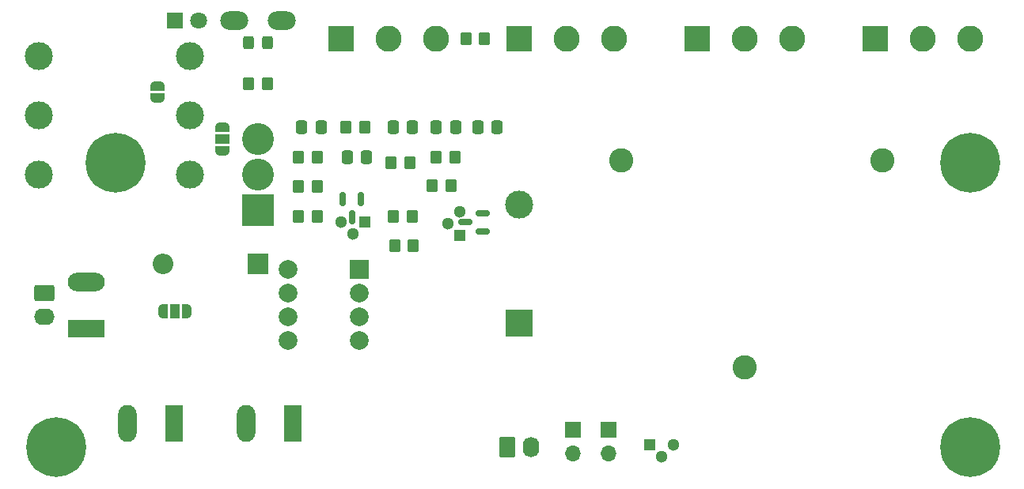
<source format=gbr>
%TF.GenerationSoftware,KiCad,Pcbnew,(6.0.0)*%
%TF.CreationDate,2023-02-02T14:05:37+00:00*%
%TF.ProjectId,GemToasterAmp,47656d54-6f61-4737-9465-72416d702e6b,rev?*%
%TF.SameCoordinates,Original*%
%TF.FileFunction,Soldermask,Top*%
%TF.FilePolarity,Negative*%
%FSLAX46Y46*%
G04 Gerber Fmt 4.6, Leading zero omitted, Abs format (unit mm)*
G04 Created by KiCad (PCBNEW (6.0.0)) date 2023-02-02 14:05:37*
%MOMM*%
%LPD*%
G01*
G04 APERTURE LIST*
G04 Aperture macros list*
%AMRoundRect*
0 Rectangle with rounded corners*
0 $1 Rounding radius*
0 $2 $3 $4 $5 $6 $7 $8 $9 X,Y pos of 4 corners*
0 Add a 4 corners polygon primitive as box body*
4,1,4,$2,$3,$4,$5,$6,$7,$8,$9,$2,$3,0*
0 Add four circle primitives for the rounded corners*
1,1,$1+$1,$2,$3*
1,1,$1+$1,$4,$5*
1,1,$1+$1,$6,$7*
1,1,$1+$1,$8,$9*
0 Add four rect primitives between the rounded corners*
20,1,$1+$1,$2,$3,$4,$5,0*
20,1,$1+$1,$4,$5,$6,$7,0*
20,1,$1+$1,$6,$7,$8,$9,0*
20,1,$1+$1,$8,$9,$2,$3,0*%
%AMFreePoly0*
4,1,22,0.500000,-0.750000,0.000000,-0.750000,0.000000,-0.745033,-0.079941,-0.743568,-0.215256,-0.701293,-0.333266,-0.622738,-0.424486,-0.514219,-0.481581,-0.384460,-0.499164,-0.250000,-0.500000,-0.250000,-0.500000,0.250000,-0.499164,0.250000,-0.499963,0.256109,-0.478152,0.396186,-0.417904,0.524511,-0.324060,0.630769,-0.204165,0.706417,-0.067858,0.745374,0.000000,0.744959,0.000000,0.750000,
0.500000,0.750000,0.500000,-0.750000,0.500000,-0.750000,$1*%
%AMFreePoly1*
4,1,20,0.000000,0.744959,0.073905,0.744508,0.209726,0.703889,0.328688,0.626782,0.421226,0.519385,0.479903,0.390333,0.500000,0.250000,0.500000,-0.250000,0.499851,-0.262216,0.476331,-0.402017,0.414519,-0.529596,0.319384,-0.634700,0.198574,-0.708877,0.061801,-0.746166,0.000000,-0.745033,0.000000,-0.750000,-0.500000,-0.750000,-0.500000,0.750000,0.000000,0.750000,0.000000,0.744959,
0.000000,0.744959,$1*%
%AMFreePoly2*
4,1,22,0.550000,-0.750000,0.000000,-0.750000,0.000000,-0.745033,-0.079941,-0.743568,-0.215256,-0.701293,-0.333266,-0.622738,-0.424486,-0.514219,-0.481581,-0.384460,-0.499164,-0.250000,-0.500000,-0.250000,-0.500000,0.250000,-0.499164,0.250000,-0.499963,0.256109,-0.478152,0.396186,-0.417904,0.524511,-0.324060,0.630769,-0.204165,0.706417,-0.067858,0.745374,0.000000,0.744959,0.000000,0.750000,
0.550000,0.750000,0.550000,-0.750000,0.550000,-0.750000,$1*%
%AMFreePoly3*
4,1,20,0.000000,0.744959,0.073905,0.744508,0.209726,0.703889,0.328688,0.626782,0.421226,0.519385,0.479903,0.390333,0.500000,0.250000,0.500000,-0.250000,0.499851,-0.262216,0.476331,-0.402017,0.414519,-0.529596,0.319384,-0.634700,0.198574,-0.708877,0.061801,-0.746166,0.000000,-0.745033,0.000000,-0.750000,-0.550000,-0.750000,-0.550000,0.750000,0.000000,0.750000,0.000000,0.744959,
0.000000,0.744959,$1*%
G04 Aperture macros list end*
%ADD10R,1.998980X1.998980*%
%ADD11C,1.998980*%
%ADD12R,2.794000X2.794000*%
%ADD13C,2.794000*%
%ADD14RoundRect,0.250000X0.350000X0.450000X-0.350000X0.450000X-0.350000X-0.450000X0.350000X-0.450000X0*%
%ADD15RoundRect,0.250000X-0.350000X-0.450000X0.350000X-0.450000X0.350000X0.450000X-0.350000X0.450000X0*%
%ADD16RoundRect,0.150000X0.587500X0.150000X-0.587500X0.150000X-0.587500X-0.150000X0.587500X-0.150000X0*%
%ADD17R,1.300000X1.300000*%
%ADD18C,1.300000*%
%ADD19RoundRect,0.250000X-0.337500X-0.475000X0.337500X-0.475000X0.337500X0.475000X-0.337500X0.475000X0*%
%ADD20C,0.800000*%
%ADD21C,6.400000*%
%ADD22RoundRect,0.150000X-0.150000X0.587500X-0.150000X-0.587500X0.150000X-0.587500X0.150000X0.587500X0*%
%ADD23R,3.413760X3.413760*%
%ADD24C,3.413760*%
%ADD25O,3.000000X2.000000*%
%ADD26FreePoly0,270.000000*%
%ADD27FreePoly1,270.000000*%
%ADD28FreePoly2,90.000000*%
%ADD29R,1.500000X1.000000*%
%ADD30FreePoly3,90.000000*%
%ADD31FreePoly2,180.000000*%
%ADD32R,1.000000X1.500000*%
%ADD33FreePoly3,180.000000*%
%ADD34R,1.800000X1.800000*%
%ADD35C,1.800000*%
%ADD36RoundRect,0.250000X0.325000X0.450000X-0.325000X0.450000X-0.325000X-0.450000X0.325000X-0.450000X0*%
%ADD37RoundRect,0.250000X0.337500X0.475000X-0.337500X0.475000X-0.337500X-0.475000X0.337500X-0.475000X0*%
%ADD38RoundRect,0.250000X-0.620000X-0.845000X0.620000X-0.845000X0.620000X0.845000X-0.620000X0.845000X0*%
%ADD39O,1.740000X2.190000*%
%ADD40R,1.700000X1.700000*%
%ADD41O,1.700000X1.700000*%
%ADD42RoundRect,0.250000X-0.845000X0.620000X-0.845000X-0.620000X0.845000X-0.620000X0.845000X0.620000X0*%
%ADD43O,2.190000X1.740000*%
%ADD44R,3.960000X1.980000*%
%ADD45O,3.960000X1.980000*%
%ADD46R,1.980000X3.960000*%
%ADD47O,1.980000X3.960000*%
%ADD48R,2.200000X2.200000*%
%ADD49O,2.200000X2.200000*%
%ADD50C,2.600000*%
%ADD51R,3.000000X3.000000*%
%ADD52C,3.000000*%
G04 APERTURE END LIST*
D10*
%TO.C,U1*%
X149225000Y-67310000D03*
D11*
X149225000Y-69850000D03*
X149225000Y-72390000D03*
X149225000Y-74930000D03*
X141605000Y-74930000D03*
X141605000Y-72390000D03*
X141605000Y-69850000D03*
X141605000Y-67310000D03*
%TD*%
D12*
%TO.C,PT1*%
X166370000Y-42545000D03*
D13*
X171450000Y-42545000D03*
X176530000Y-42545000D03*
%TD*%
D12*
%TO.C,PT3*%
X185420000Y-42545000D03*
D13*
X190500000Y-42545000D03*
X195580000Y-42545000D03*
%TD*%
D12*
%TO.C,PT4*%
X204470000Y-42545000D03*
D13*
X209550000Y-42545000D03*
X214630000Y-42545000D03*
%TD*%
D12*
%TO.C,PT2*%
X147320000Y-42545000D03*
D13*
X152400000Y-42545000D03*
X157480000Y-42545000D03*
%TD*%
D14*
%TO.C,R10*%
X159480000Y-55245000D03*
X157480000Y-55245000D03*
%TD*%
D15*
%TO.C,R13*%
X137430000Y-47355000D03*
X139430000Y-47355000D03*
%TD*%
D14*
%TO.C,R6*%
X149860000Y-52070000D03*
X147860000Y-52070000D03*
%TD*%
D16*
%TO.C,Q2*%
X162481500Y-63180000D03*
D17*
X160020000Y-63627000D03*
D18*
X158750000Y-62357000D03*
D16*
X162481500Y-61280000D03*
X160606500Y-62230000D03*
D18*
X160020000Y-61087000D03*
%TD*%
D19*
%TO.C,C3*%
X161925000Y-52070000D03*
X164000000Y-52070000D03*
%TD*%
D20*
%TO.C,REF\u002A\u002A*%
X212230000Y-55880000D03*
X212932944Y-54182944D03*
X214630000Y-53480000D03*
X212932944Y-57577056D03*
D21*
X214630000Y-55880000D03*
D20*
X217030000Y-55880000D03*
X214630000Y-58280000D03*
X216327056Y-54182944D03*
X216327056Y-57577056D03*
%TD*%
D19*
%TO.C,C1*%
X147955000Y-55245000D03*
X150030000Y-55245000D03*
%TD*%
D20*
%TO.C,REF\u002A\u002A*%
X216327056Y-88057056D03*
X212932944Y-88057056D03*
X214630000Y-88760000D03*
X212932944Y-84662944D03*
X217030000Y-86360000D03*
X214630000Y-83960000D03*
X216327056Y-84662944D03*
D21*
X214630000Y-86360000D03*
D20*
X212230000Y-86360000D03*
%TD*%
D22*
%TO.C,Q1*%
X149413000Y-59768500D03*
D17*
X149860000Y-62230000D03*
D22*
X147513000Y-59768500D03*
D18*
X148590000Y-63500000D03*
D22*
X148463000Y-61643500D03*
D18*
X147320000Y-62230000D03*
%TD*%
D23*
%TO.C,SW1*%
X138430000Y-60960000D03*
D24*
X138430000Y-57150000D03*
X138430000Y-53340000D03*
D25*
X140970000Y-40640000D03*
X135890000Y-40640000D03*
%TD*%
D14*
%TO.C,R7*%
X144780000Y-58420000D03*
X142780000Y-58420000D03*
%TD*%
D26*
%TO.C,JP2*%
X127635000Y-47625000D03*
D27*
X127635000Y-48925000D03*
%TD*%
D19*
%TO.C,C5*%
X157480000Y-52070000D03*
X159555000Y-52070000D03*
%TD*%
D14*
%TO.C,R9*%
X144780000Y-55245000D03*
X142780000Y-55245000D03*
%TD*%
D28*
%TO.C,JP3*%
X134620000Y-54610000D03*
D29*
X134620000Y-53310000D03*
D30*
X134620000Y-52010000D03*
%TD*%
D15*
%TO.C,R12*%
X157083912Y-58291234D03*
X159083912Y-58291234D03*
%TD*%
D20*
%TO.C,REF\u002A\u002A*%
X125590000Y-55880000D03*
X123190000Y-53480000D03*
X121492944Y-57577056D03*
X120790000Y-55880000D03*
X124887056Y-54182944D03*
X124887056Y-57577056D03*
D21*
X123190000Y-55880000D03*
D20*
X123190000Y-58280000D03*
X121492944Y-54182944D03*
%TD*%
%TO.C,REF\u002A\u002A*%
X115142944Y-84662944D03*
X119240000Y-86360000D03*
X115142944Y-88057056D03*
X114440000Y-86360000D03*
X118537056Y-84662944D03*
D21*
X116840000Y-86360000D03*
D20*
X118537056Y-88057056D03*
X116840000Y-88760000D03*
X116840000Y-83960000D03*
%TD*%
D31*
%TO.C,JP1*%
X130840000Y-71755000D03*
D32*
X129540000Y-71755000D03*
D33*
X128240000Y-71755000D03*
%TD*%
D14*
%TO.C,R11*%
X154670000Y-55880000D03*
X152670000Y-55880000D03*
%TD*%
D15*
%TO.C,R2*%
X153035000Y-64770000D03*
X155035000Y-64770000D03*
%TD*%
D34*
%TO.C,D2*%
X129540000Y-40640000D03*
D35*
X132080000Y-40640000D03*
%TD*%
D36*
%TO.C,D3*%
X139455000Y-42935000D03*
X137405000Y-42935000D03*
%TD*%
D37*
%TO.C,C2*%
X154940000Y-52070000D03*
X152865000Y-52070000D03*
%TD*%
D14*
%TO.C,R8*%
X144780000Y-61595000D03*
X142780000Y-61595000D03*
%TD*%
%TO.C,R1*%
X154940000Y-61595000D03*
X152940000Y-61595000D03*
%TD*%
D37*
%TO.C,C6*%
X145182500Y-52070000D03*
X143107500Y-52070000D03*
%TD*%
D15*
%TO.C,R3*%
X160655000Y-42545000D03*
X162655000Y-42545000D03*
%TD*%
D38*
%TO.C,J5*%
X165100000Y-86360000D03*
D39*
X167640000Y-86360000D03*
%TD*%
D40*
%TO.C,J8*%
X175895000Y-84455000D03*
D41*
X175895000Y-86995000D03*
%TD*%
D40*
%TO.C,J9*%
X172085000Y-84455000D03*
D41*
X172085000Y-86995000D03*
%TD*%
D42*
%TO.C,J3*%
X115570000Y-69850000D03*
D43*
X115570000Y-72390000D03*
%TD*%
D44*
%TO.C,J1*%
X120015000Y-73660000D03*
D45*
X120015000Y-68660000D03*
%TD*%
D46*
%TO.C,J6*%
X129460000Y-83820000D03*
D47*
X124460000Y-83820000D03*
%TD*%
D17*
%TO.C,Q3*%
X180340000Y-86082000D03*
D18*
X181610000Y-87352000D03*
X182880000Y-86082000D03*
%TD*%
D46*
%TO.C,J2*%
X142160000Y-83820000D03*
D47*
X137160000Y-83820000D03*
%TD*%
D48*
%TO.C,D1*%
X138430000Y-66675000D03*
D49*
X128270000Y-66675000D03*
%TD*%
D50*
%TO.C,BT1*%
X190520000Y-77775000D03*
X205270000Y-55575000D03*
X177270000Y-55575000D03*
D51*
X166370000Y-73025000D03*
D52*
X166370000Y-60325000D03*
%TD*%
%TO.C,J7*%
X131165000Y-50800000D03*
X114935000Y-50800000D03*
X131165000Y-44450000D03*
X114935000Y-44450000D03*
X131165000Y-57150000D03*
X114935000Y-57150000D03*
%TD*%
M02*

</source>
